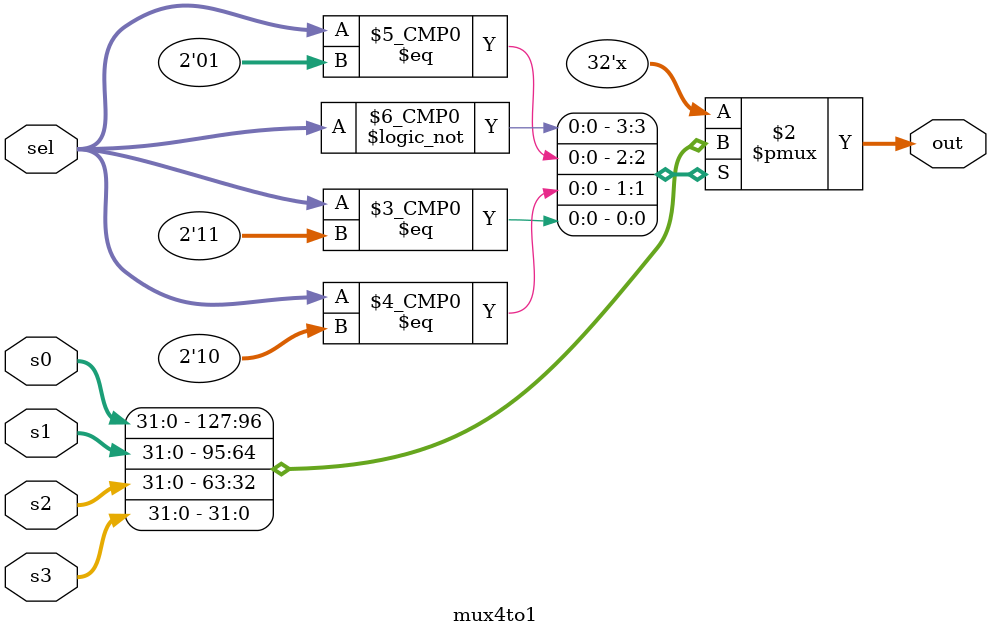
<source format=v>
`timescale 1ns / 1ps
module mux4to1 #(parameter size = 32)
(
input signed [size-1:0]s0,
input signed [size-1:0]s1,
input signed [size-1:0]s2,
input signed [size-1:0]s3,

input [1:0]sel,
output reg signed [size-1:0]out);

//assign out = (sel[1] == 0)?(se;

always@(*)begin
    
    case(sel)
    2'b00 : out <= s0;
    2'b01 : out <= s1;
    2'b10 : out <= s2;
    2'b11 : out <= s3;
    endcase
 end

endmodule

</source>
